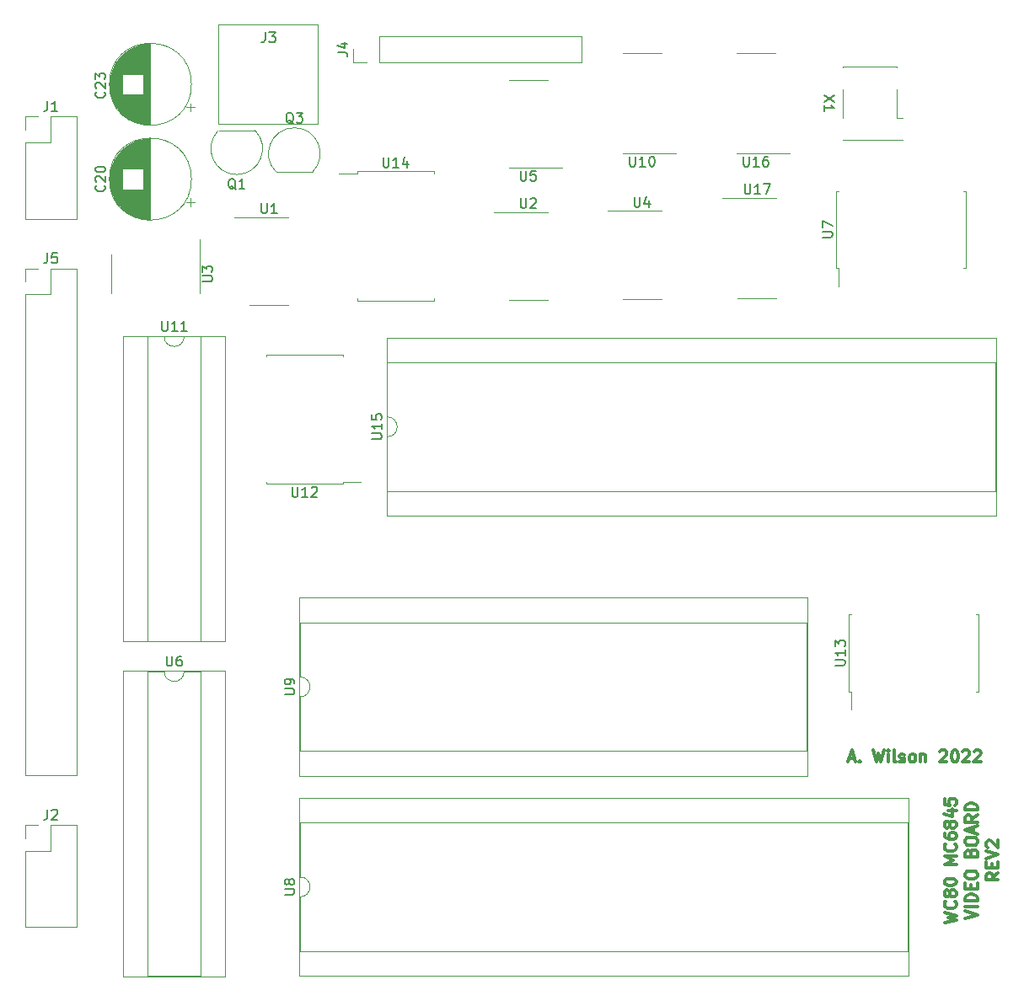
<source format=gbr>
%TF.GenerationSoftware,KiCad,Pcbnew,(5.1.9)-1*%
%TF.CreationDate,2022-02-06T01:16:42-05:00*%
%TF.ProjectId,main,6d61696e-2e6b-4696-9361-645f70636258,rev?*%
%TF.SameCoordinates,Original*%
%TF.FileFunction,Legend,Top*%
%TF.FilePolarity,Positive*%
%FSLAX46Y46*%
G04 Gerber Fmt 4.6, Leading zero omitted, Abs format (unit mm)*
G04 Created by KiCad (PCBNEW (5.1.9)-1) date 2022-02-06 01:16:42*
%MOMM*%
%LPD*%
G01*
G04 APERTURE LIST*
%ADD10C,0.300000*%
%ADD11C,0.120000*%
%ADD12C,0.150000*%
G04 APERTURE END LIST*
D10*
X103988428Y-93799000D02*
X104559857Y-93799000D01*
X103874142Y-94141857D02*
X104274142Y-92941857D01*
X104674142Y-94141857D01*
X105074142Y-94027571D02*
X105131285Y-94084714D01*
X105074142Y-94141857D01*
X105017000Y-94084714D01*
X105074142Y-94027571D01*
X105074142Y-94141857D01*
X106445571Y-92941857D02*
X106731285Y-94141857D01*
X106959857Y-93284714D01*
X107188428Y-94141857D01*
X107474142Y-92941857D01*
X107931285Y-94141857D02*
X107931285Y-93341857D01*
X107931285Y-92941857D02*
X107874142Y-92999000D01*
X107931285Y-93056142D01*
X107988428Y-92999000D01*
X107931285Y-92941857D01*
X107931285Y-93056142D01*
X108674142Y-94141857D02*
X108559857Y-94084714D01*
X108502714Y-93970428D01*
X108502714Y-92941857D01*
X109074142Y-94084714D02*
X109188428Y-94141857D01*
X109417000Y-94141857D01*
X109531285Y-94084714D01*
X109588428Y-93970428D01*
X109588428Y-93913285D01*
X109531285Y-93799000D01*
X109417000Y-93741857D01*
X109245571Y-93741857D01*
X109131285Y-93684714D01*
X109074142Y-93570428D01*
X109074142Y-93513285D01*
X109131285Y-93399000D01*
X109245571Y-93341857D01*
X109417000Y-93341857D01*
X109531285Y-93399000D01*
X110274142Y-94141857D02*
X110159857Y-94084714D01*
X110102714Y-94027571D01*
X110045571Y-93913285D01*
X110045571Y-93570428D01*
X110102714Y-93456142D01*
X110159857Y-93399000D01*
X110274142Y-93341857D01*
X110445571Y-93341857D01*
X110559857Y-93399000D01*
X110617000Y-93456142D01*
X110674142Y-93570428D01*
X110674142Y-93913285D01*
X110617000Y-94027571D01*
X110559857Y-94084714D01*
X110445571Y-94141857D01*
X110274142Y-94141857D01*
X111188428Y-93341857D02*
X111188428Y-94141857D01*
X111188428Y-93456142D02*
X111245571Y-93399000D01*
X111359857Y-93341857D01*
X111531285Y-93341857D01*
X111645571Y-93399000D01*
X111702714Y-93513285D01*
X111702714Y-94141857D01*
X113131285Y-93056142D02*
X113188428Y-92999000D01*
X113302714Y-92941857D01*
X113588428Y-92941857D01*
X113702714Y-92999000D01*
X113759857Y-93056142D01*
X113817000Y-93170428D01*
X113817000Y-93284714D01*
X113759857Y-93456142D01*
X113074142Y-94141857D01*
X113817000Y-94141857D01*
X114559857Y-92941857D02*
X114674142Y-92941857D01*
X114788428Y-92999000D01*
X114845571Y-93056142D01*
X114902714Y-93170428D01*
X114959857Y-93399000D01*
X114959857Y-93684714D01*
X114902714Y-93913285D01*
X114845571Y-94027571D01*
X114788428Y-94084714D01*
X114674142Y-94141857D01*
X114559857Y-94141857D01*
X114445571Y-94084714D01*
X114388428Y-94027571D01*
X114331285Y-93913285D01*
X114274142Y-93684714D01*
X114274142Y-93399000D01*
X114331285Y-93170428D01*
X114388428Y-93056142D01*
X114445571Y-92999000D01*
X114559857Y-92941857D01*
X115417000Y-93056142D02*
X115474142Y-92999000D01*
X115588428Y-92941857D01*
X115874142Y-92941857D01*
X115988428Y-92999000D01*
X116045571Y-93056142D01*
X116102714Y-93170428D01*
X116102714Y-93284714D01*
X116045571Y-93456142D01*
X115359857Y-94141857D01*
X116102714Y-94141857D01*
X116559857Y-93056142D02*
X116617000Y-92999000D01*
X116731285Y-92941857D01*
X117017000Y-92941857D01*
X117131285Y-92999000D01*
X117188428Y-93056142D01*
X117245571Y-93170428D01*
X117245571Y-93284714D01*
X117188428Y-93456142D01*
X116502714Y-94141857D01*
X117245571Y-94141857D01*
X113574857Y-110298714D02*
X114774857Y-110013000D01*
X113917714Y-109784428D01*
X114774857Y-109555857D01*
X113574857Y-109270142D01*
X114660571Y-108127285D02*
X114717714Y-108184428D01*
X114774857Y-108355857D01*
X114774857Y-108470142D01*
X114717714Y-108641571D01*
X114603428Y-108755857D01*
X114489142Y-108813000D01*
X114260571Y-108870142D01*
X114089142Y-108870142D01*
X113860571Y-108813000D01*
X113746285Y-108755857D01*
X113632000Y-108641571D01*
X113574857Y-108470142D01*
X113574857Y-108355857D01*
X113632000Y-108184428D01*
X113689142Y-108127285D01*
X114089142Y-107441571D02*
X114032000Y-107555857D01*
X113974857Y-107613000D01*
X113860571Y-107670142D01*
X113803428Y-107670142D01*
X113689142Y-107613000D01*
X113632000Y-107555857D01*
X113574857Y-107441571D01*
X113574857Y-107213000D01*
X113632000Y-107098714D01*
X113689142Y-107041571D01*
X113803428Y-106984428D01*
X113860571Y-106984428D01*
X113974857Y-107041571D01*
X114032000Y-107098714D01*
X114089142Y-107213000D01*
X114089142Y-107441571D01*
X114146285Y-107555857D01*
X114203428Y-107613000D01*
X114317714Y-107670142D01*
X114546285Y-107670142D01*
X114660571Y-107613000D01*
X114717714Y-107555857D01*
X114774857Y-107441571D01*
X114774857Y-107213000D01*
X114717714Y-107098714D01*
X114660571Y-107041571D01*
X114546285Y-106984428D01*
X114317714Y-106984428D01*
X114203428Y-107041571D01*
X114146285Y-107098714D01*
X114089142Y-107213000D01*
X113574857Y-106241571D02*
X113574857Y-106127285D01*
X113632000Y-106013000D01*
X113689142Y-105955857D01*
X113803428Y-105898714D01*
X114032000Y-105841571D01*
X114317714Y-105841571D01*
X114546285Y-105898714D01*
X114660571Y-105955857D01*
X114717714Y-106013000D01*
X114774857Y-106127285D01*
X114774857Y-106241571D01*
X114717714Y-106355857D01*
X114660571Y-106413000D01*
X114546285Y-106470142D01*
X114317714Y-106527285D01*
X114032000Y-106527285D01*
X113803428Y-106470142D01*
X113689142Y-106413000D01*
X113632000Y-106355857D01*
X113574857Y-106241571D01*
X114774857Y-104413000D02*
X113574857Y-104413000D01*
X114432000Y-104013000D01*
X113574857Y-103613000D01*
X114774857Y-103613000D01*
X114660571Y-102355857D02*
X114717714Y-102413000D01*
X114774857Y-102584428D01*
X114774857Y-102698714D01*
X114717714Y-102870142D01*
X114603428Y-102984428D01*
X114489142Y-103041571D01*
X114260571Y-103098714D01*
X114089142Y-103098714D01*
X113860571Y-103041571D01*
X113746285Y-102984428D01*
X113632000Y-102870142D01*
X113574857Y-102698714D01*
X113574857Y-102584428D01*
X113632000Y-102413000D01*
X113689142Y-102355857D01*
X113574857Y-101327285D02*
X113574857Y-101555857D01*
X113632000Y-101670142D01*
X113689142Y-101727285D01*
X113860571Y-101841571D01*
X114089142Y-101898714D01*
X114546285Y-101898714D01*
X114660571Y-101841571D01*
X114717714Y-101784428D01*
X114774857Y-101670142D01*
X114774857Y-101441571D01*
X114717714Y-101327285D01*
X114660571Y-101270142D01*
X114546285Y-101213000D01*
X114260571Y-101213000D01*
X114146285Y-101270142D01*
X114089142Y-101327285D01*
X114032000Y-101441571D01*
X114032000Y-101670142D01*
X114089142Y-101784428D01*
X114146285Y-101841571D01*
X114260571Y-101898714D01*
X114089142Y-100527285D02*
X114032000Y-100641571D01*
X113974857Y-100698714D01*
X113860571Y-100755857D01*
X113803428Y-100755857D01*
X113689142Y-100698714D01*
X113632000Y-100641571D01*
X113574857Y-100527285D01*
X113574857Y-100298714D01*
X113632000Y-100184428D01*
X113689142Y-100127285D01*
X113803428Y-100070142D01*
X113860571Y-100070142D01*
X113974857Y-100127285D01*
X114032000Y-100184428D01*
X114089142Y-100298714D01*
X114089142Y-100527285D01*
X114146285Y-100641571D01*
X114203428Y-100698714D01*
X114317714Y-100755857D01*
X114546285Y-100755857D01*
X114660571Y-100698714D01*
X114717714Y-100641571D01*
X114774857Y-100527285D01*
X114774857Y-100298714D01*
X114717714Y-100184428D01*
X114660571Y-100127285D01*
X114546285Y-100070142D01*
X114317714Y-100070142D01*
X114203428Y-100127285D01*
X114146285Y-100184428D01*
X114089142Y-100298714D01*
X113974857Y-99041571D02*
X114774857Y-99041571D01*
X113517714Y-99327285D02*
X114374857Y-99613000D01*
X114374857Y-98870142D01*
X113574857Y-97841571D02*
X113574857Y-98413000D01*
X114146285Y-98470142D01*
X114089142Y-98413000D01*
X114032000Y-98298714D01*
X114032000Y-98013000D01*
X114089142Y-97898714D01*
X114146285Y-97841571D01*
X114260571Y-97784428D01*
X114546285Y-97784428D01*
X114660571Y-97841571D01*
X114717714Y-97898714D01*
X114774857Y-98013000D01*
X114774857Y-98298714D01*
X114717714Y-98413000D01*
X114660571Y-98470142D01*
X115674857Y-109870142D02*
X116874857Y-109470142D01*
X115674857Y-109070142D01*
X116874857Y-108670142D02*
X115674857Y-108670142D01*
X116874857Y-108098714D02*
X115674857Y-108098714D01*
X115674857Y-107813000D01*
X115732000Y-107641571D01*
X115846285Y-107527285D01*
X115960571Y-107470142D01*
X116189142Y-107413000D01*
X116360571Y-107413000D01*
X116589142Y-107470142D01*
X116703428Y-107527285D01*
X116817714Y-107641571D01*
X116874857Y-107813000D01*
X116874857Y-108098714D01*
X116246285Y-106898714D02*
X116246285Y-106498714D01*
X116874857Y-106327285D02*
X116874857Y-106898714D01*
X115674857Y-106898714D01*
X115674857Y-106327285D01*
X115674857Y-105584428D02*
X115674857Y-105355857D01*
X115732000Y-105241571D01*
X115846285Y-105127285D01*
X116074857Y-105070142D01*
X116474857Y-105070142D01*
X116703428Y-105127285D01*
X116817714Y-105241571D01*
X116874857Y-105355857D01*
X116874857Y-105584428D01*
X116817714Y-105698714D01*
X116703428Y-105813000D01*
X116474857Y-105870142D01*
X116074857Y-105870142D01*
X115846285Y-105813000D01*
X115732000Y-105698714D01*
X115674857Y-105584428D01*
X116246285Y-103241571D02*
X116303428Y-103070142D01*
X116360571Y-103013000D01*
X116474857Y-102955857D01*
X116646285Y-102955857D01*
X116760571Y-103013000D01*
X116817714Y-103070142D01*
X116874857Y-103184428D01*
X116874857Y-103641571D01*
X115674857Y-103641571D01*
X115674857Y-103241571D01*
X115732000Y-103127285D01*
X115789142Y-103070142D01*
X115903428Y-103013000D01*
X116017714Y-103013000D01*
X116132000Y-103070142D01*
X116189142Y-103127285D01*
X116246285Y-103241571D01*
X116246285Y-103641571D01*
X115674857Y-102213000D02*
X115674857Y-101984428D01*
X115732000Y-101870142D01*
X115846285Y-101755857D01*
X116074857Y-101698714D01*
X116474857Y-101698714D01*
X116703428Y-101755857D01*
X116817714Y-101870142D01*
X116874857Y-101984428D01*
X116874857Y-102213000D01*
X116817714Y-102327285D01*
X116703428Y-102441571D01*
X116474857Y-102498714D01*
X116074857Y-102498714D01*
X115846285Y-102441571D01*
X115732000Y-102327285D01*
X115674857Y-102213000D01*
X116532000Y-101241571D02*
X116532000Y-100670142D01*
X116874857Y-101355857D02*
X115674857Y-100955857D01*
X116874857Y-100555857D01*
X116874857Y-99470142D02*
X116303428Y-99870142D01*
X116874857Y-100155857D02*
X115674857Y-100155857D01*
X115674857Y-99698714D01*
X115732000Y-99584428D01*
X115789142Y-99527285D01*
X115903428Y-99470142D01*
X116074857Y-99470142D01*
X116189142Y-99527285D01*
X116246285Y-99584428D01*
X116303428Y-99698714D01*
X116303428Y-100155857D01*
X116874857Y-98955857D02*
X115674857Y-98955857D01*
X115674857Y-98670142D01*
X115732000Y-98498714D01*
X115846285Y-98384428D01*
X115960571Y-98327285D01*
X116189142Y-98270142D01*
X116360571Y-98270142D01*
X116589142Y-98327285D01*
X116703428Y-98384428D01*
X116817714Y-98498714D01*
X116874857Y-98670142D01*
X116874857Y-98955857D01*
X118974857Y-105270142D02*
X118403428Y-105670142D01*
X118974857Y-105955857D02*
X117774857Y-105955857D01*
X117774857Y-105498714D01*
X117832000Y-105384428D01*
X117889142Y-105327285D01*
X118003428Y-105270142D01*
X118174857Y-105270142D01*
X118289142Y-105327285D01*
X118346285Y-105384428D01*
X118403428Y-105498714D01*
X118403428Y-105955857D01*
X118346285Y-104755857D02*
X118346285Y-104355857D01*
X118974857Y-104184428D02*
X118974857Y-104755857D01*
X117774857Y-104755857D01*
X117774857Y-104184428D01*
X117774857Y-103841571D02*
X118974857Y-103441571D01*
X117774857Y-103041571D01*
X117889142Y-102698714D02*
X117832000Y-102641571D01*
X117774857Y-102527285D01*
X117774857Y-102241571D01*
X117832000Y-102127285D01*
X117889142Y-102070142D01*
X118003428Y-102013000D01*
X118117714Y-102013000D01*
X118289142Y-102070142D01*
X118974857Y-102755857D01*
X118974857Y-102013000D01*
D11*
%TO.C,U4*%
X83185000Y-47615000D02*
X85135000Y-47615000D01*
X83185000Y-47615000D02*
X81235000Y-47615000D01*
X83185000Y-38745000D02*
X85135000Y-38745000D01*
X83185000Y-38745000D02*
X79735000Y-38745000D01*
%TO.C,J4*%
X77150000Y-23830000D02*
X77150000Y-21170000D01*
X56770000Y-23830000D02*
X77150000Y-23830000D01*
X56770000Y-21170000D02*
X77150000Y-21170000D01*
X56770000Y-23830000D02*
X56770000Y-21170000D01*
X55500000Y-23830000D02*
X54170000Y-23830000D01*
X54170000Y-23830000D02*
X54170000Y-22500000D01*
%TO.C,U17*%
X94750000Y-47560000D02*
X96700000Y-47560000D01*
X94750000Y-47560000D02*
X92800000Y-47560000D01*
X94750000Y-37440000D02*
X96700000Y-37440000D01*
X94750000Y-37440000D02*
X91300000Y-37440000D01*
%TO.C,Q3*%
X46470000Y-34850000D02*
X50070000Y-34850000D01*
X50108478Y-34838478D02*
G75*
G03*
X48270000Y-30400000I-1838478J1838478D01*
G01*
X46431522Y-34838478D02*
G75*
G02*
X48270000Y-30400000I1838478J1838478D01*
G01*
%TO.C,J3*%
X50650000Y-20000000D02*
X50650000Y-30000000D01*
X40650000Y-20000000D02*
X40650000Y-30000000D01*
X50650000Y-30000000D02*
X40650000Y-30000000D01*
X50650000Y-20000000D02*
X40650000Y-20000000D01*
%TO.C,U14*%
X54560000Y-35000000D02*
X52745000Y-35000000D01*
X54560000Y-34765000D02*
X54560000Y-35000000D01*
X58420000Y-34765000D02*
X54560000Y-34765000D01*
X62280000Y-34765000D02*
X62280000Y-35000000D01*
X58420000Y-34765000D02*
X62280000Y-34765000D01*
X54560000Y-47785000D02*
X54560000Y-47550000D01*
X58420000Y-47785000D02*
X54560000Y-47785000D01*
X62280000Y-47785000D02*
X62280000Y-47550000D01*
X58420000Y-47785000D02*
X62280000Y-47785000D01*
%TO.C,U13*%
X104215000Y-87045000D02*
X104215000Y-88860000D01*
X103980000Y-87045000D02*
X104215000Y-87045000D01*
X103980000Y-83185000D02*
X103980000Y-87045000D01*
X103980000Y-79325000D02*
X104215000Y-79325000D01*
X103980000Y-83185000D02*
X103980000Y-79325000D01*
X117000000Y-87045000D02*
X116765000Y-87045000D01*
X117000000Y-83185000D02*
X117000000Y-87045000D01*
X117000000Y-79325000D02*
X116765000Y-79325000D01*
X117000000Y-83185000D02*
X117000000Y-79325000D01*
%TO.C,U12*%
X53136000Y-65965000D02*
X54951000Y-65965000D01*
X53136000Y-66200000D02*
X53136000Y-65965000D01*
X49276000Y-66200000D02*
X53136000Y-66200000D01*
X45416000Y-66200000D02*
X45416000Y-65965000D01*
X49276000Y-66200000D02*
X45416000Y-66200000D01*
X53136000Y-53180000D02*
X53136000Y-53415000D01*
X49276000Y-53180000D02*
X53136000Y-53180000D01*
X45416000Y-53180000D02*
X45416000Y-53415000D01*
X49276000Y-53180000D02*
X45416000Y-53180000D01*
%TO.C,U7*%
X102945000Y-44500000D02*
X102945000Y-46315000D01*
X102710000Y-44500000D02*
X102945000Y-44500000D01*
X102710000Y-40640000D02*
X102710000Y-44500000D01*
X102710000Y-36780000D02*
X102945000Y-36780000D01*
X102710000Y-40640000D02*
X102710000Y-36780000D01*
X115730000Y-44500000D02*
X115495000Y-44500000D01*
X115730000Y-40640000D02*
X115730000Y-44500000D01*
X115730000Y-36780000D02*
X115495000Y-36780000D01*
X115730000Y-40640000D02*
X115730000Y-36780000D01*
%TO.C,U5*%
X71755000Y-34435000D02*
X75205000Y-34435000D01*
X71755000Y-34435000D02*
X69805000Y-34435000D01*
X71755000Y-25565000D02*
X73705000Y-25565000D01*
X71755000Y-25565000D02*
X69805000Y-25565000D01*
%TO.C,U3*%
X38725000Y-45085000D02*
X38725000Y-41635000D01*
X38725000Y-45085000D02*
X38725000Y-47035000D01*
X29855000Y-45085000D02*
X29855000Y-43135000D01*
X29855000Y-45085000D02*
X29855000Y-47035000D01*
%TO.C,U2*%
X71755000Y-38860000D02*
X68305000Y-38860000D01*
X71755000Y-38860000D02*
X73705000Y-38860000D01*
X71755000Y-47730000D02*
X69805000Y-47730000D01*
X71755000Y-47730000D02*
X73705000Y-47730000D01*
%TO.C,U1*%
X45720000Y-39380000D02*
X42270000Y-39380000D01*
X45720000Y-39380000D02*
X47670000Y-39380000D01*
X45720000Y-48250000D02*
X43770000Y-48250000D01*
X45720000Y-48250000D02*
X47670000Y-48250000D01*
%TO.C,U10*%
X83185000Y-33000000D02*
X86635000Y-33000000D01*
X83185000Y-33000000D02*
X81235000Y-33000000D01*
X83185000Y-22880000D02*
X85135000Y-22880000D01*
X83185000Y-22880000D02*
X81235000Y-22880000D01*
%TO.C,U16*%
X94615000Y-33000000D02*
X98065000Y-33000000D01*
X94615000Y-33000000D02*
X92665000Y-33000000D01*
X94615000Y-22880000D02*
X96565000Y-22880000D01*
X94615000Y-22880000D02*
X92665000Y-22880000D01*
%TO.C,X1*%
X108745000Y-29380000D02*
X109345000Y-29380000D01*
X108745000Y-26500000D02*
X108745000Y-29380000D01*
X103345000Y-31640000D02*
X103345000Y-31580000D01*
X108745000Y-31640000D02*
X103345000Y-31640000D01*
X108745000Y-31580000D02*
X108745000Y-31640000D01*
X109345000Y-31580000D02*
X108745000Y-31580000D01*
X103345000Y-29380000D02*
X103345000Y-26500000D01*
X108745000Y-24240000D02*
X108745000Y-24300000D01*
X103345000Y-24240000D02*
X108745000Y-24240000D01*
X103345000Y-24300000D02*
X103345000Y-24240000D01*
%TO.C,Q1*%
X44280000Y-30650000D02*
X40680000Y-30650000D01*
X40641522Y-30661522D02*
G75*
G03*
X42480000Y-35100000I1838478J-1838478D01*
G01*
X44318478Y-30661522D02*
G75*
G02*
X42480000Y-35100000I-1838478J-1838478D01*
G01*
%TO.C,U11*%
X35195000Y-51375000D02*
X33545000Y-51375000D01*
X33545000Y-51375000D02*
X33545000Y-81975000D01*
X33545000Y-81975000D02*
X38845000Y-81975000D01*
X38845000Y-81975000D02*
X38845000Y-51375000D01*
X38845000Y-51375000D02*
X37195000Y-51375000D01*
X31055000Y-51315000D02*
X31055000Y-82035000D01*
X31055000Y-82035000D02*
X41335000Y-82035000D01*
X41335000Y-82035000D02*
X41335000Y-51315000D01*
X41335000Y-51315000D02*
X31055000Y-51315000D01*
X37195000Y-51375000D02*
G75*
G02*
X35195000Y-51375000I-1000000J0D01*
G01*
%TO.C,U15*%
X57598000Y-61452000D02*
X57598000Y-66912000D01*
X57598000Y-66912000D02*
X118678000Y-66912000D01*
X118678000Y-66912000D02*
X118678000Y-53992000D01*
X118678000Y-53992000D02*
X57598000Y-53992000D01*
X57598000Y-53992000D02*
X57598000Y-59452000D01*
X57538000Y-69402000D02*
X118738000Y-69402000D01*
X118738000Y-69402000D02*
X118738000Y-51502000D01*
X118738000Y-51502000D02*
X57538000Y-51502000D01*
X57538000Y-51502000D02*
X57538000Y-69402000D01*
X57598000Y-59452000D02*
G75*
G02*
X57598000Y-61452000I0J-1000000D01*
G01*
%TO.C,U9*%
X48835000Y-87580700D02*
X48835000Y-93040700D01*
X48835000Y-93040700D02*
X99755000Y-93040700D01*
X99755000Y-93040700D02*
X99755000Y-80120700D01*
X99755000Y-80120700D02*
X48835000Y-80120700D01*
X48835000Y-80120700D02*
X48835000Y-85580700D01*
X48775000Y-95530700D02*
X99815000Y-95530700D01*
X99815000Y-95530700D02*
X99815000Y-77630700D01*
X99815000Y-77630700D02*
X48775000Y-77630700D01*
X48775000Y-77630700D02*
X48775000Y-95530700D01*
X48835000Y-85580700D02*
G75*
G02*
X48835000Y-87580700I0J-1000000D01*
G01*
%TO.C,U8*%
X48835000Y-107680000D02*
X48835000Y-113140000D01*
X48835000Y-113140000D02*
X109915000Y-113140000D01*
X109915000Y-113140000D02*
X109915000Y-100220000D01*
X109915000Y-100220000D02*
X48835000Y-100220000D01*
X48835000Y-100220000D02*
X48835000Y-105680000D01*
X48775000Y-115630000D02*
X109975000Y-115630000D01*
X109975000Y-115630000D02*
X109975000Y-97730000D01*
X109975000Y-97730000D02*
X48775000Y-97730000D01*
X48775000Y-97730000D02*
X48775000Y-115630000D01*
X48835000Y-105680000D02*
G75*
G02*
X48835000Y-107680000I0J-1000000D01*
G01*
%TO.C,U6*%
X35195000Y-85030000D02*
X33545000Y-85030000D01*
X33545000Y-85030000D02*
X33545000Y-115630000D01*
X33545000Y-115630000D02*
X38845000Y-115630000D01*
X38845000Y-115630000D02*
X38845000Y-85030000D01*
X38845000Y-85030000D02*
X37195000Y-85030000D01*
X31055000Y-84970000D02*
X31055000Y-115690000D01*
X31055000Y-115690000D02*
X41335000Y-115690000D01*
X41335000Y-115690000D02*
X41335000Y-84970000D01*
X41335000Y-84970000D02*
X31055000Y-84970000D01*
X37195000Y-85030000D02*
G75*
G02*
X35195000Y-85030000I-1000000J0D01*
G01*
%TO.C,C20*%
X37819698Y-38275000D02*
X37819698Y-37475000D01*
X38219698Y-37875000D02*
X37419698Y-37875000D01*
X29729000Y-36093000D02*
X29729000Y-35027000D01*
X29769000Y-36328000D02*
X29769000Y-34792000D01*
X29809000Y-36508000D02*
X29809000Y-34612000D01*
X29849000Y-36658000D02*
X29849000Y-34462000D01*
X29889000Y-36789000D02*
X29889000Y-34331000D01*
X29929000Y-36906000D02*
X29929000Y-34214000D01*
X29969000Y-37013000D02*
X29969000Y-34107000D01*
X30009000Y-37112000D02*
X30009000Y-34008000D01*
X30049000Y-37205000D02*
X30049000Y-33915000D01*
X30089000Y-37291000D02*
X30089000Y-33829000D01*
X30129000Y-37373000D02*
X30129000Y-33747000D01*
X30169000Y-37450000D02*
X30169000Y-33670000D01*
X30209000Y-37524000D02*
X30209000Y-33596000D01*
X30249000Y-37594000D02*
X30249000Y-33526000D01*
X30289000Y-37662000D02*
X30289000Y-33458000D01*
X30329000Y-37726000D02*
X30329000Y-33394000D01*
X30369000Y-37788000D02*
X30369000Y-33332000D01*
X30409000Y-37847000D02*
X30409000Y-33273000D01*
X30449000Y-37905000D02*
X30449000Y-33215000D01*
X30489000Y-37960000D02*
X30489000Y-33160000D01*
X30529000Y-38014000D02*
X30529000Y-33106000D01*
X30569000Y-38065000D02*
X30569000Y-33055000D01*
X30609000Y-38116000D02*
X30609000Y-33004000D01*
X30649000Y-38164000D02*
X30649000Y-32956000D01*
X30689000Y-38211000D02*
X30689000Y-32909000D01*
X30729000Y-38257000D02*
X30729000Y-32863000D01*
X30769000Y-38301000D02*
X30769000Y-32819000D01*
X30809000Y-38344000D02*
X30809000Y-32776000D01*
X30849000Y-38386000D02*
X30849000Y-32734000D01*
X30889000Y-38427000D02*
X30889000Y-32693000D01*
X30929000Y-38467000D02*
X30929000Y-32653000D01*
X30969000Y-38505000D02*
X30969000Y-32615000D01*
X31009000Y-38543000D02*
X31009000Y-32577000D01*
X31049000Y-34520000D02*
X31049000Y-32541000D01*
X31049000Y-38579000D02*
X31049000Y-36600000D01*
X31089000Y-34520000D02*
X31089000Y-32505000D01*
X31089000Y-38615000D02*
X31089000Y-36600000D01*
X31129000Y-34520000D02*
X31129000Y-32470000D01*
X31129000Y-38650000D02*
X31129000Y-36600000D01*
X31169000Y-34520000D02*
X31169000Y-32436000D01*
X31169000Y-38684000D02*
X31169000Y-36600000D01*
X31209000Y-34520000D02*
X31209000Y-32404000D01*
X31209000Y-38716000D02*
X31209000Y-36600000D01*
X31249000Y-34520000D02*
X31249000Y-32371000D01*
X31249000Y-38749000D02*
X31249000Y-36600000D01*
X31289000Y-34520000D02*
X31289000Y-32340000D01*
X31289000Y-38780000D02*
X31289000Y-36600000D01*
X31329000Y-34520000D02*
X31329000Y-32310000D01*
X31329000Y-38810000D02*
X31329000Y-36600000D01*
X31369000Y-34520000D02*
X31369000Y-32280000D01*
X31369000Y-38840000D02*
X31369000Y-36600000D01*
X31409000Y-34520000D02*
X31409000Y-32251000D01*
X31409000Y-38869000D02*
X31409000Y-36600000D01*
X31449000Y-34520000D02*
X31449000Y-32222000D01*
X31449000Y-38898000D02*
X31449000Y-36600000D01*
X31489000Y-34520000D02*
X31489000Y-32195000D01*
X31489000Y-38925000D02*
X31489000Y-36600000D01*
X31529000Y-34520000D02*
X31529000Y-32168000D01*
X31529000Y-38952000D02*
X31529000Y-36600000D01*
X31569000Y-34520000D02*
X31569000Y-32142000D01*
X31569000Y-38978000D02*
X31569000Y-36600000D01*
X31609000Y-34520000D02*
X31609000Y-32116000D01*
X31609000Y-39004000D02*
X31609000Y-36600000D01*
X31649000Y-34520000D02*
X31649000Y-32091000D01*
X31649000Y-39029000D02*
X31649000Y-36600000D01*
X31689000Y-34520000D02*
X31689000Y-32067000D01*
X31689000Y-39053000D02*
X31689000Y-36600000D01*
X31729000Y-34520000D02*
X31729000Y-32043000D01*
X31729000Y-39077000D02*
X31729000Y-36600000D01*
X31769000Y-34520000D02*
X31769000Y-32020000D01*
X31769000Y-39100000D02*
X31769000Y-36600000D01*
X31809000Y-34520000D02*
X31809000Y-31998000D01*
X31809000Y-39122000D02*
X31809000Y-36600000D01*
X31849000Y-34520000D02*
X31849000Y-31976000D01*
X31849000Y-39144000D02*
X31849000Y-36600000D01*
X31889000Y-34520000D02*
X31889000Y-31954000D01*
X31889000Y-39166000D02*
X31889000Y-36600000D01*
X31929000Y-34520000D02*
X31929000Y-31933000D01*
X31929000Y-39187000D02*
X31929000Y-36600000D01*
X31969000Y-34520000D02*
X31969000Y-31913000D01*
X31969000Y-39207000D02*
X31969000Y-36600000D01*
X32009000Y-34520000D02*
X32009000Y-31894000D01*
X32009000Y-39226000D02*
X32009000Y-36600000D01*
X32049000Y-34520000D02*
X32049000Y-31874000D01*
X32049000Y-39246000D02*
X32049000Y-36600000D01*
X32089000Y-34520000D02*
X32089000Y-31856000D01*
X32089000Y-39264000D02*
X32089000Y-36600000D01*
X32129000Y-34520000D02*
X32129000Y-31838000D01*
X32129000Y-39282000D02*
X32129000Y-36600000D01*
X32169000Y-34520000D02*
X32169000Y-31820000D01*
X32169000Y-39300000D02*
X32169000Y-36600000D01*
X32209000Y-34520000D02*
X32209000Y-31803000D01*
X32209000Y-39317000D02*
X32209000Y-36600000D01*
X32249000Y-34520000D02*
X32249000Y-31786000D01*
X32249000Y-39334000D02*
X32249000Y-36600000D01*
X32289000Y-34520000D02*
X32289000Y-31770000D01*
X32289000Y-39350000D02*
X32289000Y-36600000D01*
X32329000Y-34520000D02*
X32329000Y-31755000D01*
X32329000Y-39365000D02*
X32329000Y-36600000D01*
X32369000Y-34520000D02*
X32369000Y-31739000D01*
X32369000Y-39381000D02*
X32369000Y-36600000D01*
X32409000Y-34520000D02*
X32409000Y-31725000D01*
X32409000Y-39395000D02*
X32409000Y-36600000D01*
X32449000Y-34520000D02*
X32449000Y-31710000D01*
X32449000Y-39410000D02*
X32449000Y-36600000D01*
X32489000Y-34520000D02*
X32489000Y-31697000D01*
X32489000Y-39423000D02*
X32489000Y-36600000D01*
X32529000Y-34520000D02*
X32529000Y-31683000D01*
X32529000Y-39437000D02*
X32529000Y-36600000D01*
X32569000Y-34520000D02*
X32569000Y-31671000D01*
X32569000Y-39449000D02*
X32569000Y-36600000D01*
X32609000Y-34520000D02*
X32609000Y-31658000D01*
X32609000Y-39462000D02*
X32609000Y-36600000D01*
X32649000Y-34520000D02*
X32649000Y-31646000D01*
X32649000Y-39474000D02*
X32649000Y-36600000D01*
X32689000Y-34520000D02*
X32689000Y-31635000D01*
X32689000Y-39485000D02*
X32689000Y-36600000D01*
X32729000Y-34520000D02*
X32729000Y-31624000D01*
X32729000Y-39496000D02*
X32729000Y-36600000D01*
X32769000Y-34520000D02*
X32769000Y-31613000D01*
X32769000Y-39507000D02*
X32769000Y-36600000D01*
X32809000Y-34520000D02*
X32809000Y-31603000D01*
X32809000Y-39517000D02*
X32809000Y-36600000D01*
X32849000Y-34520000D02*
X32849000Y-31593000D01*
X32849000Y-39527000D02*
X32849000Y-36600000D01*
X32889000Y-34520000D02*
X32889000Y-31584000D01*
X32889000Y-39536000D02*
X32889000Y-36600000D01*
X32929000Y-34520000D02*
X32929000Y-31575000D01*
X32929000Y-39545000D02*
X32929000Y-36600000D01*
X32969000Y-34520000D02*
X32969000Y-31566000D01*
X32969000Y-39554000D02*
X32969000Y-36600000D01*
X33009000Y-34520000D02*
X33009000Y-31558000D01*
X33009000Y-39562000D02*
X33009000Y-36600000D01*
X33049000Y-34520000D02*
X33049000Y-31550000D01*
X33049000Y-39570000D02*
X33049000Y-36600000D01*
X33089000Y-34520000D02*
X33089000Y-31543000D01*
X33089000Y-39577000D02*
X33089000Y-36600000D01*
X33130000Y-39584000D02*
X33130000Y-31536000D01*
X33170000Y-39590000D02*
X33170000Y-31530000D01*
X33210000Y-39597000D02*
X33210000Y-31523000D01*
X33250000Y-39602000D02*
X33250000Y-31518000D01*
X33290000Y-39608000D02*
X33290000Y-31512000D01*
X33330000Y-39612000D02*
X33330000Y-31508000D01*
X33370000Y-39617000D02*
X33370000Y-31503000D01*
X33410000Y-39621000D02*
X33410000Y-31499000D01*
X33450000Y-39625000D02*
X33450000Y-31495000D01*
X33490000Y-39628000D02*
X33490000Y-31492000D01*
X33530000Y-39631000D02*
X33530000Y-31489000D01*
X33570000Y-39634000D02*
X33570000Y-31486000D01*
X33610000Y-39636000D02*
X33610000Y-31484000D01*
X33650000Y-39637000D02*
X33650000Y-31483000D01*
X33690000Y-39639000D02*
X33690000Y-31481000D01*
X33730000Y-39640000D02*
X33730000Y-31480000D01*
X33770000Y-39640000D02*
X33770000Y-31480000D01*
X33810000Y-39640000D02*
X33810000Y-31480000D01*
X37930000Y-35560000D02*
G75*
G03*
X37930000Y-35560000I-4120000J0D01*
G01*
%TO.C,C23*%
X37819698Y-28750000D02*
X37819698Y-27950000D01*
X38219698Y-28350000D02*
X37419698Y-28350000D01*
X29729000Y-26568000D02*
X29729000Y-25502000D01*
X29769000Y-26803000D02*
X29769000Y-25267000D01*
X29809000Y-26983000D02*
X29809000Y-25087000D01*
X29849000Y-27133000D02*
X29849000Y-24937000D01*
X29889000Y-27264000D02*
X29889000Y-24806000D01*
X29929000Y-27381000D02*
X29929000Y-24689000D01*
X29969000Y-27488000D02*
X29969000Y-24582000D01*
X30009000Y-27587000D02*
X30009000Y-24483000D01*
X30049000Y-27680000D02*
X30049000Y-24390000D01*
X30089000Y-27766000D02*
X30089000Y-24304000D01*
X30129000Y-27848000D02*
X30129000Y-24222000D01*
X30169000Y-27925000D02*
X30169000Y-24145000D01*
X30209000Y-27999000D02*
X30209000Y-24071000D01*
X30249000Y-28069000D02*
X30249000Y-24001000D01*
X30289000Y-28137000D02*
X30289000Y-23933000D01*
X30329000Y-28201000D02*
X30329000Y-23869000D01*
X30369000Y-28263000D02*
X30369000Y-23807000D01*
X30409000Y-28322000D02*
X30409000Y-23748000D01*
X30449000Y-28380000D02*
X30449000Y-23690000D01*
X30489000Y-28435000D02*
X30489000Y-23635000D01*
X30529000Y-28489000D02*
X30529000Y-23581000D01*
X30569000Y-28540000D02*
X30569000Y-23530000D01*
X30609000Y-28591000D02*
X30609000Y-23479000D01*
X30649000Y-28639000D02*
X30649000Y-23431000D01*
X30689000Y-28686000D02*
X30689000Y-23384000D01*
X30729000Y-28732000D02*
X30729000Y-23338000D01*
X30769000Y-28776000D02*
X30769000Y-23294000D01*
X30809000Y-28819000D02*
X30809000Y-23251000D01*
X30849000Y-28861000D02*
X30849000Y-23209000D01*
X30889000Y-28902000D02*
X30889000Y-23168000D01*
X30929000Y-28942000D02*
X30929000Y-23128000D01*
X30969000Y-28980000D02*
X30969000Y-23090000D01*
X31009000Y-29018000D02*
X31009000Y-23052000D01*
X31049000Y-24995000D02*
X31049000Y-23016000D01*
X31049000Y-29054000D02*
X31049000Y-27075000D01*
X31089000Y-24995000D02*
X31089000Y-22980000D01*
X31089000Y-29090000D02*
X31089000Y-27075000D01*
X31129000Y-24995000D02*
X31129000Y-22945000D01*
X31129000Y-29125000D02*
X31129000Y-27075000D01*
X31169000Y-24995000D02*
X31169000Y-22911000D01*
X31169000Y-29159000D02*
X31169000Y-27075000D01*
X31209000Y-24995000D02*
X31209000Y-22879000D01*
X31209000Y-29191000D02*
X31209000Y-27075000D01*
X31249000Y-24995000D02*
X31249000Y-22846000D01*
X31249000Y-29224000D02*
X31249000Y-27075000D01*
X31289000Y-24995000D02*
X31289000Y-22815000D01*
X31289000Y-29255000D02*
X31289000Y-27075000D01*
X31329000Y-24995000D02*
X31329000Y-22785000D01*
X31329000Y-29285000D02*
X31329000Y-27075000D01*
X31369000Y-24995000D02*
X31369000Y-22755000D01*
X31369000Y-29315000D02*
X31369000Y-27075000D01*
X31409000Y-24995000D02*
X31409000Y-22726000D01*
X31409000Y-29344000D02*
X31409000Y-27075000D01*
X31449000Y-24995000D02*
X31449000Y-22697000D01*
X31449000Y-29373000D02*
X31449000Y-27075000D01*
X31489000Y-24995000D02*
X31489000Y-22670000D01*
X31489000Y-29400000D02*
X31489000Y-27075000D01*
X31529000Y-24995000D02*
X31529000Y-22643000D01*
X31529000Y-29427000D02*
X31529000Y-27075000D01*
X31569000Y-24995000D02*
X31569000Y-22617000D01*
X31569000Y-29453000D02*
X31569000Y-27075000D01*
X31609000Y-24995000D02*
X31609000Y-22591000D01*
X31609000Y-29479000D02*
X31609000Y-27075000D01*
X31649000Y-24995000D02*
X31649000Y-22566000D01*
X31649000Y-29504000D02*
X31649000Y-27075000D01*
X31689000Y-24995000D02*
X31689000Y-22542000D01*
X31689000Y-29528000D02*
X31689000Y-27075000D01*
X31729000Y-24995000D02*
X31729000Y-22518000D01*
X31729000Y-29552000D02*
X31729000Y-27075000D01*
X31769000Y-24995000D02*
X31769000Y-22495000D01*
X31769000Y-29575000D02*
X31769000Y-27075000D01*
X31809000Y-24995000D02*
X31809000Y-22473000D01*
X31809000Y-29597000D02*
X31809000Y-27075000D01*
X31849000Y-24995000D02*
X31849000Y-22451000D01*
X31849000Y-29619000D02*
X31849000Y-27075000D01*
X31889000Y-24995000D02*
X31889000Y-22429000D01*
X31889000Y-29641000D02*
X31889000Y-27075000D01*
X31929000Y-24995000D02*
X31929000Y-22408000D01*
X31929000Y-29662000D02*
X31929000Y-27075000D01*
X31969000Y-24995000D02*
X31969000Y-22388000D01*
X31969000Y-29682000D02*
X31969000Y-27075000D01*
X32009000Y-24995000D02*
X32009000Y-22369000D01*
X32009000Y-29701000D02*
X32009000Y-27075000D01*
X32049000Y-24995000D02*
X32049000Y-22349000D01*
X32049000Y-29721000D02*
X32049000Y-27075000D01*
X32089000Y-24995000D02*
X32089000Y-22331000D01*
X32089000Y-29739000D02*
X32089000Y-27075000D01*
X32129000Y-24995000D02*
X32129000Y-22313000D01*
X32129000Y-29757000D02*
X32129000Y-27075000D01*
X32169000Y-24995000D02*
X32169000Y-22295000D01*
X32169000Y-29775000D02*
X32169000Y-27075000D01*
X32209000Y-24995000D02*
X32209000Y-22278000D01*
X32209000Y-29792000D02*
X32209000Y-27075000D01*
X32249000Y-24995000D02*
X32249000Y-22261000D01*
X32249000Y-29809000D02*
X32249000Y-27075000D01*
X32289000Y-24995000D02*
X32289000Y-22245000D01*
X32289000Y-29825000D02*
X32289000Y-27075000D01*
X32329000Y-24995000D02*
X32329000Y-22230000D01*
X32329000Y-29840000D02*
X32329000Y-27075000D01*
X32369000Y-24995000D02*
X32369000Y-22214000D01*
X32369000Y-29856000D02*
X32369000Y-27075000D01*
X32409000Y-24995000D02*
X32409000Y-22200000D01*
X32409000Y-29870000D02*
X32409000Y-27075000D01*
X32449000Y-24995000D02*
X32449000Y-22185000D01*
X32449000Y-29885000D02*
X32449000Y-27075000D01*
X32489000Y-24995000D02*
X32489000Y-22172000D01*
X32489000Y-29898000D02*
X32489000Y-27075000D01*
X32529000Y-24995000D02*
X32529000Y-22158000D01*
X32529000Y-29912000D02*
X32529000Y-27075000D01*
X32569000Y-24995000D02*
X32569000Y-22146000D01*
X32569000Y-29924000D02*
X32569000Y-27075000D01*
X32609000Y-24995000D02*
X32609000Y-22133000D01*
X32609000Y-29937000D02*
X32609000Y-27075000D01*
X32649000Y-24995000D02*
X32649000Y-22121000D01*
X32649000Y-29949000D02*
X32649000Y-27075000D01*
X32689000Y-24995000D02*
X32689000Y-22110000D01*
X32689000Y-29960000D02*
X32689000Y-27075000D01*
X32729000Y-24995000D02*
X32729000Y-22099000D01*
X32729000Y-29971000D02*
X32729000Y-27075000D01*
X32769000Y-24995000D02*
X32769000Y-22088000D01*
X32769000Y-29982000D02*
X32769000Y-27075000D01*
X32809000Y-24995000D02*
X32809000Y-22078000D01*
X32809000Y-29992000D02*
X32809000Y-27075000D01*
X32849000Y-24995000D02*
X32849000Y-22068000D01*
X32849000Y-30002000D02*
X32849000Y-27075000D01*
X32889000Y-24995000D02*
X32889000Y-22059000D01*
X32889000Y-30011000D02*
X32889000Y-27075000D01*
X32929000Y-24995000D02*
X32929000Y-22050000D01*
X32929000Y-30020000D02*
X32929000Y-27075000D01*
X32969000Y-24995000D02*
X32969000Y-22041000D01*
X32969000Y-30029000D02*
X32969000Y-27075000D01*
X33009000Y-24995000D02*
X33009000Y-22033000D01*
X33009000Y-30037000D02*
X33009000Y-27075000D01*
X33049000Y-24995000D02*
X33049000Y-22025000D01*
X33049000Y-30045000D02*
X33049000Y-27075000D01*
X33089000Y-24995000D02*
X33089000Y-22018000D01*
X33089000Y-30052000D02*
X33089000Y-27075000D01*
X33130000Y-30059000D02*
X33130000Y-22011000D01*
X33170000Y-30065000D02*
X33170000Y-22005000D01*
X33210000Y-30072000D02*
X33210000Y-21998000D01*
X33250000Y-30077000D02*
X33250000Y-21993000D01*
X33290000Y-30083000D02*
X33290000Y-21987000D01*
X33330000Y-30087000D02*
X33330000Y-21983000D01*
X33370000Y-30092000D02*
X33370000Y-21978000D01*
X33410000Y-30096000D02*
X33410000Y-21974000D01*
X33450000Y-30100000D02*
X33450000Y-21970000D01*
X33490000Y-30103000D02*
X33490000Y-21967000D01*
X33530000Y-30106000D02*
X33530000Y-21964000D01*
X33570000Y-30109000D02*
X33570000Y-21961000D01*
X33610000Y-30111000D02*
X33610000Y-21959000D01*
X33650000Y-30112000D02*
X33650000Y-21958000D01*
X33690000Y-30114000D02*
X33690000Y-21956000D01*
X33730000Y-30115000D02*
X33730000Y-21955000D01*
X33770000Y-30115000D02*
X33770000Y-21955000D01*
X33810000Y-30115000D02*
X33810000Y-21955000D01*
X37930000Y-26035000D02*
G75*
G03*
X37930000Y-26035000I-4120000J0D01*
G01*
%TO.C,J1*%
X21210000Y-39550000D02*
X26410000Y-39550000D01*
X21210000Y-31870000D02*
X21210000Y-39550000D01*
X26410000Y-29270000D02*
X26410000Y-39550000D01*
X21210000Y-31870000D02*
X23810000Y-31870000D01*
X23810000Y-31870000D02*
X23810000Y-29270000D01*
X23810000Y-29270000D02*
X26410000Y-29270000D01*
X21210000Y-30600000D02*
X21210000Y-29270000D01*
X21210000Y-29270000D02*
X22540000Y-29270000D01*
%TO.C,J2*%
X21210000Y-100450000D02*
X22540000Y-100450000D01*
X21210000Y-101780000D02*
X21210000Y-100450000D01*
X23810000Y-100450000D02*
X26410000Y-100450000D01*
X23810000Y-103050000D02*
X23810000Y-100450000D01*
X21210000Y-103050000D02*
X23810000Y-103050000D01*
X26410000Y-100450000D02*
X26410000Y-110730000D01*
X21210000Y-103050000D02*
X21210000Y-110730000D01*
X21210000Y-110730000D02*
X26410000Y-110730000D01*
%TO.C,J5*%
X21210000Y-95460000D02*
X26410000Y-95460000D01*
X21210000Y-47140000D02*
X21210000Y-95460000D01*
X26410000Y-44540000D02*
X26410000Y-95460000D01*
X21210000Y-47140000D02*
X23810000Y-47140000D01*
X23810000Y-47140000D02*
X23810000Y-44540000D01*
X23810000Y-44540000D02*
X26410000Y-44540000D01*
X21210000Y-45870000D02*
X21210000Y-44540000D01*
X21210000Y-44540000D02*
X22540000Y-44540000D01*
%TO.C,U4*%
D12*
X82423095Y-37352380D02*
X82423095Y-38161904D01*
X82470714Y-38257142D01*
X82518333Y-38304761D01*
X82613571Y-38352380D01*
X82804047Y-38352380D01*
X82899285Y-38304761D01*
X82946904Y-38257142D01*
X82994523Y-38161904D01*
X82994523Y-37352380D01*
X83899285Y-37685714D02*
X83899285Y-38352380D01*
X83661190Y-37304761D02*
X83423095Y-38019047D01*
X84042142Y-38019047D01*
%TO.C,J4*%
X52622380Y-22833333D02*
X53336666Y-22833333D01*
X53479523Y-22880952D01*
X53574761Y-22976190D01*
X53622380Y-23119047D01*
X53622380Y-23214285D01*
X52955714Y-21928571D02*
X53622380Y-21928571D01*
X52574761Y-22166666D02*
X53289047Y-22404761D01*
X53289047Y-21785714D01*
%TO.C,U17*%
X93511904Y-36052380D02*
X93511904Y-36861904D01*
X93559523Y-36957142D01*
X93607142Y-37004761D01*
X93702380Y-37052380D01*
X93892857Y-37052380D01*
X93988095Y-37004761D01*
X94035714Y-36957142D01*
X94083333Y-36861904D01*
X94083333Y-36052380D01*
X95083333Y-37052380D02*
X94511904Y-37052380D01*
X94797619Y-37052380D02*
X94797619Y-36052380D01*
X94702380Y-36195238D01*
X94607142Y-36290476D01*
X94511904Y-36338095D01*
X95416666Y-36052380D02*
X96083333Y-36052380D01*
X95654761Y-37052380D01*
%TO.C,Q3*%
X48174761Y-29987619D02*
X48079523Y-29940000D01*
X47984285Y-29844761D01*
X47841428Y-29701904D01*
X47746190Y-29654285D01*
X47650952Y-29654285D01*
X47698571Y-29892380D02*
X47603333Y-29844761D01*
X47508095Y-29749523D01*
X47460476Y-29559047D01*
X47460476Y-29225714D01*
X47508095Y-29035238D01*
X47603333Y-28940000D01*
X47698571Y-28892380D01*
X47889047Y-28892380D01*
X47984285Y-28940000D01*
X48079523Y-29035238D01*
X48127142Y-29225714D01*
X48127142Y-29559047D01*
X48079523Y-29749523D01*
X47984285Y-29844761D01*
X47889047Y-29892380D01*
X47698571Y-29892380D01*
X48460476Y-28892380D02*
X49079523Y-28892380D01*
X48746190Y-29273333D01*
X48889047Y-29273333D01*
X48984285Y-29320952D01*
X49031904Y-29368571D01*
X49079523Y-29463809D01*
X49079523Y-29701904D01*
X49031904Y-29797142D01*
X48984285Y-29844761D01*
X48889047Y-29892380D01*
X48603333Y-29892380D01*
X48508095Y-29844761D01*
X48460476Y-29797142D01*
%TO.C,J3*%
X45366666Y-20802380D02*
X45366666Y-21516666D01*
X45319047Y-21659523D01*
X45223809Y-21754761D01*
X45080952Y-21802380D01*
X44985714Y-21802380D01*
X45747619Y-20802380D02*
X46366666Y-20802380D01*
X46033333Y-21183333D01*
X46176190Y-21183333D01*
X46271428Y-21230952D01*
X46319047Y-21278571D01*
X46366666Y-21373809D01*
X46366666Y-21611904D01*
X46319047Y-21707142D01*
X46271428Y-21754761D01*
X46176190Y-21802380D01*
X45890476Y-21802380D01*
X45795238Y-21754761D01*
X45747619Y-21707142D01*
%TO.C,U14*%
X57181904Y-33377380D02*
X57181904Y-34186904D01*
X57229523Y-34282142D01*
X57277142Y-34329761D01*
X57372380Y-34377380D01*
X57562857Y-34377380D01*
X57658095Y-34329761D01*
X57705714Y-34282142D01*
X57753333Y-34186904D01*
X57753333Y-33377380D01*
X58753333Y-34377380D02*
X58181904Y-34377380D01*
X58467619Y-34377380D02*
X58467619Y-33377380D01*
X58372380Y-33520238D01*
X58277142Y-33615476D01*
X58181904Y-33663095D01*
X59610476Y-33710714D02*
X59610476Y-34377380D01*
X59372380Y-33329761D02*
X59134285Y-34044047D01*
X59753333Y-34044047D01*
%TO.C,U13*%
X102592380Y-84423095D02*
X103401904Y-84423095D01*
X103497142Y-84375476D01*
X103544761Y-84327857D01*
X103592380Y-84232619D01*
X103592380Y-84042142D01*
X103544761Y-83946904D01*
X103497142Y-83899285D01*
X103401904Y-83851666D01*
X102592380Y-83851666D01*
X103592380Y-82851666D02*
X103592380Y-83423095D01*
X103592380Y-83137380D02*
X102592380Y-83137380D01*
X102735238Y-83232619D01*
X102830476Y-83327857D01*
X102878095Y-83423095D01*
X102592380Y-82518333D02*
X102592380Y-81899285D01*
X102973333Y-82232619D01*
X102973333Y-82089761D01*
X103020952Y-81994523D01*
X103068571Y-81946904D01*
X103163809Y-81899285D01*
X103401904Y-81899285D01*
X103497142Y-81946904D01*
X103544761Y-81994523D01*
X103592380Y-82089761D01*
X103592380Y-82375476D01*
X103544761Y-82470714D01*
X103497142Y-82518333D01*
%TO.C,U12*%
X48037904Y-66492380D02*
X48037904Y-67301904D01*
X48085523Y-67397142D01*
X48133142Y-67444761D01*
X48228380Y-67492380D01*
X48418857Y-67492380D01*
X48514095Y-67444761D01*
X48561714Y-67397142D01*
X48609333Y-67301904D01*
X48609333Y-66492380D01*
X49609333Y-67492380D02*
X49037904Y-67492380D01*
X49323619Y-67492380D02*
X49323619Y-66492380D01*
X49228380Y-66635238D01*
X49133142Y-66730476D01*
X49037904Y-66778095D01*
X49990285Y-66587619D02*
X50037904Y-66540000D01*
X50133142Y-66492380D01*
X50371238Y-66492380D01*
X50466476Y-66540000D01*
X50514095Y-66587619D01*
X50561714Y-66682857D01*
X50561714Y-66778095D01*
X50514095Y-66920952D01*
X49942666Y-67492380D01*
X50561714Y-67492380D01*
%TO.C,U7*%
X101322380Y-41401904D02*
X102131904Y-41401904D01*
X102227142Y-41354285D01*
X102274761Y-41306666D01*
X102322380Y-41211428D01*
X102322380Y-41020952D01*
X102274761Y-40925714D01*
X102227142Y-40878095D01*
X102131904Y-40830476D01*
X101322380Y-40830476D01*
X101322380Y-40449523D02*
X101322380Y-39782857D01*
X102322380Y-40211428D01*
%TO.C,U5*%
X70993095Y-34732380D02*
X70993095Y-35541904D01*
X71040714Y-35637142D01*
X71088333Y-35684761D01*
X71183571Y-35732380D01*
X71374047Y-35732380D01*
X71469285Y-35684761D01*
X71516904Y-35637142D01*
X71564523Y-35541904D01*
X71564523Y-34732380D01*
X72516904Y-34732380D02*
X72040714Y-34732380D01*
X71993095Y-35208571D01*
X72040714Y-35160952D01*
X72135952Y-35113333D01*
X72374047Y-35113333D01*
X72469285Y-35160952D01*
X72516904Y-35208571D01*
X72564523Y-35303809D01*
X72564523Y-35541904D01*
X72516904Y-35637142D01*
X72469285Y-35684761D01*
X72374047Y-35732380D01*
X72135952Y-35732380D01*
X72040714Y-35684761D01*
X71993095Y-35637142D01*
%TO.C,U3*%
X39022380Y-45846904D02*
X39831904Y-45846904D01*
X39927142Y-45799285D01*
X39974761Y-45751666D01*
X40022380Y-45656428D01*
X40022380Y-45465952D01*
X39974761Y-45370714D01*
X39927142Y-45323095D01*
X39831904Y-45275476D01*
X39022380Y-45275476D01*
X39022380Y-44894523D02*
X39022380Y-44275476D01*
X39403333Y-44608809D01*
X39403333Y-44465952D01*
X39450952Y-44370714D01*
X39498571Y-44323095D01*
X39593809Y-44275476D01*
X39831904Y-44275476D01*
X39927142Y-44323095D01*
X39974761Y-44370714D01*
X40022380Y-44465952D01*
X40022380Y-44751666D01*
X39974761Y-44846904D01*
X39927142Y-44894523D01*
%TO.C,U2*%
X70993095Y-37467380D02*
X70993095Y-38276904D01*
X71040714Y-38372142D01*
X71088333Y-38419761D01*
X71183571Y-38467380D01*
X71374047Y-38467380D01*
X71469285Y-38419761D01*
X71516904Y-38372142D01*
X71564523Y-38276904D01*
X71564523Y-37467380D01*
X71993095Y-37562619D02*
X72040714Y-37515000D01*
X72135952Y-37467380D01*
X72374047Y-37467380D01*
X72469285Y-37515000D01*
X72516904Y-37562619D01*
X72564523Y-37657857D01*
X72564523Y-37753095D01*
X72516904Y-37895952D01*
X71945476Y-38467380D01*
X72564523Y-38467380D01*
%TO.C,U1*%
X44958095Y-37987380D02*
X44958095Y-38796904D01*
X45005714Y-38892142D01*
X45053333Y-38939761D01*
X45148571Y-38987380D01*
X45339047Y-38987380D01*
X45434285Y-38939761D01*
X45481904Y-38892142D01*
X45529523Y-38796904D01*
X45529523Y-37987380D01*
X46529523Y-38987380D02*
X45958095Y-38987380D01*
X46243809Y-38987380D02*
X46243809Y-37987380D01*
X46148571Y-38130238D01*
X46053333Y-38225476D01*
X45958095Y-38273095D01*
%TO.C,U10*%
X81946904Y-33292380D02*
X81946904Y-34101904D01*
X81994523Y-34197142D01*
X82042142Y-34244761D01*
X82137380Y-34292380D01*
X82327857Y-34292380D01*
X82423095Y-34244761D01*
X82470714Y-34197142D01*
X82518333Y-34101904D01*
X82518333Y-33292380D01*
X83518333Y-34292380D02*
X82946904Y-34292380D01*
X83232619Y-34292380D02*
X83232619Y-33292380D01*
X83137380Y-33435238D01*
X83042142Y-33530476D01*
X82946904Y-33578095D01*
X84137380Y-33292380D02*
X84232619Y-33292380D01*
X84327857Y-33340000D01*
X84375476Y-33387619D01*
X84423095Y-33482857D01*
X84470714Y-33673333D01*
X84470714Y-33911428D01*
X84423095Y-34101904D01*
X84375476Y-34197142D01*
X84327857Y-34244761D01*
X84232619Y-34292380D01*
X84137380Y-34292380D01*
X84042142Y-34244761D01*
X83994523Y-34197142D01*
X83946904Y-34101904D01*
X83899285Y-33911428D01*
X83899285Y-33673333D01*
X83946904Y-33482857D01*
X83994523Y-33387619D01*
X84042142Y-33340000D01*
X84137380Y-33292380D01*
%TO.C,U16*%
X93376904Y-33292380D02*
X93376904Y-34101904D01*
X93424523Y-34197142D01*
X93472142Y-34244761D01*
X93567380Y-34292380D01*
X93757857Y-34292380D01*
X93853095Y-34244761D01*
X93900714Y-34197142D01*
X93948333Y-34101904D01*
X93948333Y-33292380D01*
X94948333Y-34292380D02*
X94376904Y-34292380D01*
X94662619Y-34292380D02*
X94662619Y-33292380D01*
X94567380Y-33435238D01*
X94472142Y-33530476D01*
X94376904Y-33578095D01*
X95805476Y-33292380D02*
X95615000Y-33292380D01*
X95519761Y-33340000D01*
X95472142Y-33387619D01*
X95376904Y-33530476D01*
X95329285Y-33720952D01*
X95329285Y-34101904D01*
X95376904Y-34197142D01*
X95424523Y-34244761D01*
X95519761Y-34292380D01*
X95710238Y-34292380D01*
X95805476Y-34244761D01*
X95853095Y-34197142D01*
X95900714Y-34101904D01*
X95900714Y-33863809D01*
X95853095Y-33768571D01*
X95805476Y-33720952D01*
X95710238Y-33673333D01*
X95519761Y-33673333D01*
X95424523Y-33720952D01*
X95376904Y-33768571D01*
X95329285Y-33863809D01*
%TO.C,X1*%
X102492619Y-27130476D02*
X101492619Y-27797142D01*
X102492619Y-27797142D02*
X101492619Y-27130476D01*
X101492619Y-28701904D02*
X101492619Y-28130476D01*
X101492619Y-28416190D02*
X102492619Y-28416190D01*
X102349761Y-28320952D01*
X102254523Y-28225714D01*
X102206904Y-28130476D01*
%TO.C,Q1*%
X42384761Y-36607619D02*
X42289523Y-36560000D01*
X42194285Y-36464761D01*
X42051428Y-36321904D01*
X41956190Y-36274285D01*
X41860952Y-36274285D01*
X41908571Y-36512380D02*
X41813333Y-36464761D01*
X41718095Y-36369523D01*
X41670476Y-36179047D01*
X41670476Y-35845714D01*
X41718095Y-35655238D01*
X41813333Y-35560000D01*
X41908571Y-35512380D01*
X42099047Y-35512380D01*
X42194285Y-35560000D01*
X42289523Y-35655238D01*
X42337142Y-35845714D01*
X42337142Y-36179047D01*
X42289523Y-36369523D01*
X42194285Y-36464761D01*
X42099047Y-36512380D01*
X41908571Y-36512380D01*
X43289523Y-36512380D02*
X42718095Y-36512380D01*
X43003809Y-36512380D02*
X43003809Y-35512380D01*
X42908571Y-35655238D01*
X42813333Y-35750476D01*
X42718095Y-35798095D01*
%TO.C,U11*%
X34956904Y-49827380D02*
X34956904Y-50636904D01*
X35004523Y-50732142D01*
X35052142Y-50779761D01*
X35147380Y-50827380D01*
X35337857Y-50827380D01*
X35433095Y-50779761D01*
X35480714Y-50732142D01*
X35528333Y-50636904D01*
X35528333Y-49827380D01*
X36528333Y-50827380D02*
X35956904Y-50827380D01*
X36242619Y-50827380D02*
X36242619Y-49827380D01*
X36147380Y-49970238D01*
X36052142Y-50065476D01*
X35956904Y-50113095D01*
X37480714Y-50827380D02*
X36909285Y-50827380D01*
X37195000Y-50827380D02*
X37195000Y-49827380D01*
X37099761Y-49970238D01*
X37004523Y-50065476D01*
X36909285Y-50113095D01*
%TO.C,U15*%
X56050380Y-61690095D02*
X56859904Y-61690095D01*
X56955142Y-61642476D01*
X57002761Y-61594857D01*
X57050380Y-61499619D01*
X57050380Y-61309142D01*
X57002761Y-61213904D01*
X56955142Y-61166285D01*
X56859904Y-61118666D01*
X56050380Y-61118666D01*
X57050380Y-60118666D02*
X57050380Y-60690095D01*
X57050380Y-60404380D02*
X56050380Y-60404380D01*
X56193238Y-60499619D01*
X56288476Y-60594857D01*
X56336095Y-60690095D01*
X56050380Y-59213904D02*
X56050380Y-59690095D01*
X56526571Y-59737714D01*
X56478952Y-59690095D01*
X56431333Y-59594857D01*
X56431333Y-59356761D01*
X56478952Y-59261523D01*
X56526571Y-59213904D01*
X56621809Y-59166285D01*
X56859904Y-59166285D01*
X56955142Y-59213904D01*
X57002761Y-59261523D01*
X57050380Y-59356761D01*
X57050380Y-59594857D01*
X57002761Y-59690095D01*
X56955142Y-59737714D01*
%TO.C,U9*%
X47287380Y-87342604D02*
X48096904Y-87342604D01*
X48192142Y-87294985D01*
X48239761Y-87247366D01*
X48287380Y-87152128D01*
X48287380Y-86961652D01*
X48239761Y-86866414D01*
X48192142Y-86818795D01*
X48096904Y-86771176D01*
X47287380Y-86771176D01*
X48287380Y-86247366D02*
X48287380Y-86056890D01*
X48239761Y-85961652D01*
X48192142Y-85914033D01*
X48049285Y-85818795D01*
X47858809Y-85771176D01*
X47477857Y-85771176D01*
X47382619Y-85818795D01*
X47335000Y-85866414D01*
X47287380Y-85961652D01*
X47287380Y-86152128D01*
X47335000Y-86247366D01*
X47382619Y-86294985D01*
X47477857Y-86342604D01*
X47715952Y-86342604D01*
X47811190Y-86294985D01*
X47858809Y-86247366D01*
X47906428Y-86152128D01*
X47906428Y-85961652D01*
X47858809Y-85866414D01*
X47811190Y-85818795D01*
X47715952Y-85771176D01*
%TO.C,U8*%
X47287380Y-107441904D02*
X48096904Y-107441904D01*
X48192142Y-107394285D01*
X48239761Y-107346666D01*
X48287380Y-107251428D01*
X48287380Y-107060952D01*
X48239761Y-106965714D01*
X48192142Y-106918095D01*
X48096904Y-106870476D01*
X47287380Y-106870476D01*
X47715952Y-106251428D02*
X47668333Y-106346666D01*
X47620714Y-106394285D01*
X47525476Y-106441904D01*
X47477857Y-106441904D01*
X47382619Y-106394285D01*
X47335000Y-106346666D01*
X47287380Y-106251428D01*
X47287380Y-106060952D01*
X47335000Y-105965714D01*
X47382619Y-105918095D01*
X47477857Y-105870476D01*
X47525476Y-105870476D01*
X47620714Y-105918095D01*
X47668333Y-105965714D01*
X47715952Y-106060952D01*
X47715952Y-106251428D01*
X47763571Y-106346666D01*
X47811190Y-106394285D01*
X47906428Y-106441904D01*
X48096904Y-106441904D01*
X48192142Y-106394285D01*
X48239761Y-106346666D01*
X48287380Y-106251428D01*
X48287380Y-106060952D01*
X48239761Y-105965714D01*
X48192142Y-105918095D01*
X48096904Y-105870476D01*
X47906428Y-105870476D01*
X47811190Y-105918095D01*
X47763571Y-105965714D01*
X47715952Y-106060952D01*
%TO.C,U6*%
X35433095Y-83482380D02*
X35433095Y-84291904D01*
X35480714Y-84387142D01*
X35528333Y-84434761D01*
X35623571Y-84482380D01*
X35814047Y-84482380D01*
X35909285Y-84434761D01*
X35956904Y-84387142D01*
X36004523Y-84291904D01*
X36004523Y-83482380D01*
X36909285Y-83482380D02*
X36718809Y-83482380D01*
X36623571Y-83530000D01*
X36575952Y-83577619D01*
X36480714Y-83720476D01*
X36433095Y-83910952D01*
X36433095Y-84291904D01*
X36480714Y-84387142D01*
X36528333Y-84434761D01*
X36623571Y-84482380D01*
X36814047Y-84482380D01*
X36909285Y-84434761D01*
X36956904Y-84387142D01*
X37004523Y-84291904D01*
X37004523Y-84053809D01*
X36956904Y-83958571D01*
X36909285Y-83910952D01*
X36814047Y-83863333D01*
X36623571Y-83863333D01*
X36528333Y-83910952D01*
X36480714Y-83958571D01*
X36433095Y-84053809D01*
%TO.C,C20*%
X29185142Y-36202857D02*
X29232761Y-36250476D01*
X29280380Y-36393333D01*
X29280380Y-36488571D01*
X29232761Y-36631428D01*
X29137523Y-36726666D01*
X29042285Y-36774285D01*
X28851809Y-36821904D01*
X28708952Y-36821904D01*
X28518476Y-36774285D01*
X28423238Y-36726666D01*
X28328000Y-36631428D01*
X28280380Y-36488571D01*
X28280380Y-36393333D01*
X28328000Y-36250476D01*
X28375619Y-36202857D01*
X28375619Y-35821904D02*
X28328000Y-35774285D01*
X28280380Y-35679047D01*
X28280380Y-35440952D01*
X28328000Y-35345714D01*
X28375619Y-35298095D01*
X28470857Y-35250476D01*
X28566095Y-35250476D01*
X28708952Y-35298095D01*
X29280380Y-35869523D01*
X29280380Y-35250476D01*
X28280380Y-34631428D02*
X28280380Y-34536190D01*
X28328000Y-34440952D01*
X28375619Y-34393333D01*
X28470857Y-34345714D01*
X28661333Y-34298095D01*
X28899428Y-34298095D01*
X29089904Y-34345714D01*
X29185142Y-34393333D01*
X29232761Y-34440952D01*
X29280380Y-34536190D01*
X29280380Y-34631428D01*
X29232761Y-34726666D01*
X29185142Y-34774285D01*
X29089904Y-34821904D01*
X28899428Y-34869523D01*
X28661333Y-34869523D01*
X28470857Y-34821904D01*
X28375619Y-34774285D01*
X28328000Y-34726666D01*
X28280380Y-34631428D01*
%TO.C,C23*%
X29185142Y-26804857D02*
X29232761Y-26852476D01*
X29280380Y-26995333D01*
X29280380Y-27090571D01*
X29232761Y-27233428D01*
X29137523Y-27328666D01*
X29042285Y-27376285D01*
X28851809Y-27423904D01*
X28708952Y-27423904D01*
X28518476Y-27376285D01*
X28423238Y-27328666D01*
X28328000Y-27233428D01*
X28280380Y-27090571D01*
X28280380Y-26995333D01*
X28328000Y-26852476D01*
X28375619Y-26804857D01*
X28375619Y-26423904D02*
X28328000Y-26376285D01*
X28280380Y-26281047D01*
X28280380Y-26042952D01*
X28328000Y-25947714D01*
X28375619Y-25900095D01*
X28470857Y-25852476D01*
X28566095Y-25852476D01*
X28708952Y-25900095D01*
X29280380Y-26471523D01*
X29280380Y-25852476D01*
X28280380Y-25519142D02*
X28280380Y-24900095D01*
X28661333Y-25233428D01*
X28661333Y-25090571D01*
X28708952Y-24995333D01*
X28756571Y-24947714D01*
X28851809Y-24900095D01*
X29089904Y-24900095D01*
X29185142Y-24947714D01*
X29232761Y-24995333D01*
X29280380Y-25090571D01*
X29280380Y-25376285D01*
X29232761Y-25471523D01*
X29185142Y-25519142D01*
%TO.C,J1*%
X23476666Y-27722380D02*
X23476666Y-28436666D01*
X23429047Y-28579523D01*
X23333809Y-28674761D01*
X23190952Y-28722380D01*
X23095714Y-28722380D01*
X24476666Y-28722380D02*
X23905238Y-28722380D01*
X24190952Y-28722380D02*
X24190952Y-27722380D01*
X24095714Y-27865238D01*
X24000476Y-27960476D01*
X23905238Y-28008095D01*
%TO.C,J2*%
X23476666Y-98902380D02*
X23476666Y-99616666D01*
X23429047Y-99759523D01*
X23333809Y-99854761D01*
X23190952Y-99902380D01*
X23095714Y-99902380D01*
X23905238Y-98997619D02*
X23952857Y-98950000D01*
X24048095Y-98902380D01*
X24286190Y-98902380D01*
X24381428Y-98950000D01*
X24429047Y-98997619D01*
X24476666Y-99092857D01*
X24476666Y-99188095D01*
X24429047Y-99330952D01*
X23857619Y-99902380D01*
X24476666Y-99902380D01*
%TO.C,J5*%
X23476666Y-42992380D02*
X23476666Y-43706666D01*
X23429047Y-43849523D01*
X23333809Y-43944761D01*
X23190952Y-43992380D01*
X23095714Y-43992380D01*
X24429047Y-42992380D02*
X23952857Y-42992380D01*
X23905238Y-43468571D01*
X23952857Y-43420952D01*
X24048095Y-43373333D01*
X24286190Y-43373333D01*
X24381428Y-43420952D01*
X24429047Y-43468571D01*
X24476666Y-43563809D01*
X24476666Y-43801904D01*
X24429047Y-43897142D01*
X24381428Y-43944761D01*
X24286190Y-43992380D01*
X24048095Y-43992380D01*
X23952857Y-43944761D01*
X23905238Y-43897142D01*
%TD*%
M02*

</source>
